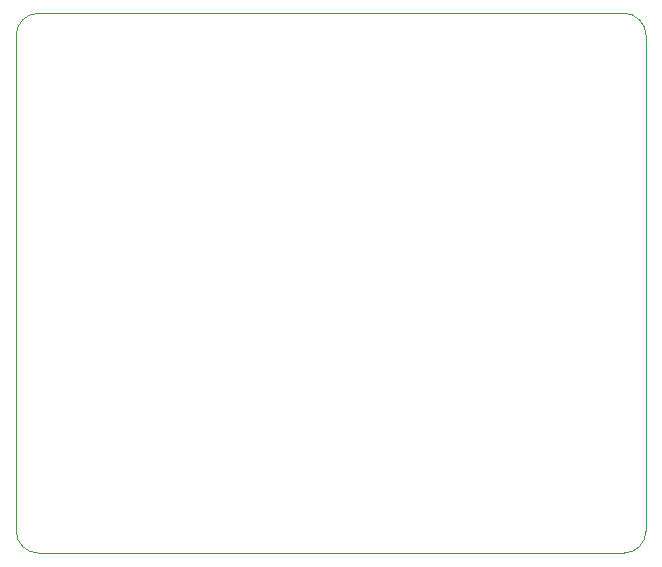
<source format=gm1>
G04 #@! TF.GenerationSoftware,KiCad,Pcbnew,(5.1.2)-2*
G04 #@! TF.CreationDate,2021-05-31T16:07:44+09:00*
G04 #@! TF.ProjectId,enc_can_2,656e635f-6361-46e5-9f32-2e6b69636164,rev?*
G04 #@! TF.SameCoordinates,Original*
G04 #@! TF.FileFunction,Profile,NP*
%FSLAX46Y46*%
G04 Gerber Fmt 4.6, Leading zero omitted, Abs format (unit mm)*
G04 Created by KiCad (PCBNEW (5.1.2)-2) date 2021-05-31 16:07:44*
%MOMM*%
%LPD*%
G04 APERTURE LIST*
%ADD10C,0.050000*%
G04 APERTURE END LIST*
D10*
X109855000Y-132715000D02*
G75*
G02X107950000Y-130810000I0J1905000D01*
G01*
X161290000Y-130810000D02*
G75*
G02X159385000Y-132715000I-1905000J0D01*
G01*
X159385000Y-86995000D02*
G75*
G02X161290000Y-88900000I0J-1905000D01*
G01*
X107950000Y-88900000D02*
G75*
G02X109855000Y-86995000I1905000J0D01*
G01*
X107950000Y-130810000D02*
X107950000Y-88900000D01*
X159385000Y-132715000D02*
X109855000Y-132715000D01*
X161290000Y-88900000D02*
X161290000Y-130810000D01*
X109855000Y-86995000D02*
X159385000Y-86995000D01*
M02*

</source>
